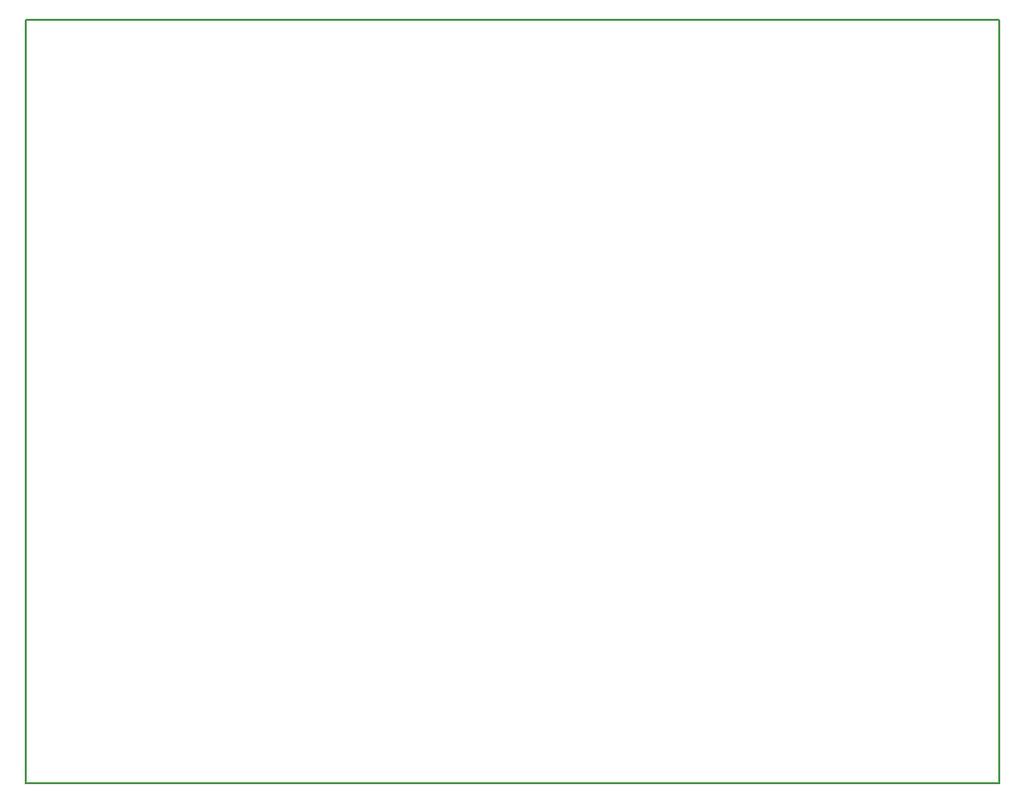
<source format=gbr>
G04 #@! TF.FileFunction,Profile,NP*
%FSLAX46Y46*%
G04 Gerber Fmt 4.6, Leading zero omitted, Abs format (unit mm)*
G04 Created by KiCad (PCBNEW 4.0.6-e0-6349~53~ubuntu16.04.1) date Sat Jul  1 03:26:18 2017*
%MOMM*%
%LPD*%
G01*
G04 APERTURE LIST*
%ADD10C,0.100000*%
%ADD11C,0.150000*%
G04 APERTURE END LIST*
D10*
D11*
X196250000Y-118000000D02*
X113000000Y-118000000D01*
X196250000Y-52750000D02*
X196250000Y-118000000D01*
X113000000Y-52750000D02*
X196250000Y-52750000D01*
X113000000Y-118000000D02*
X113000000Y-52750000D01*
M02*

</source>
